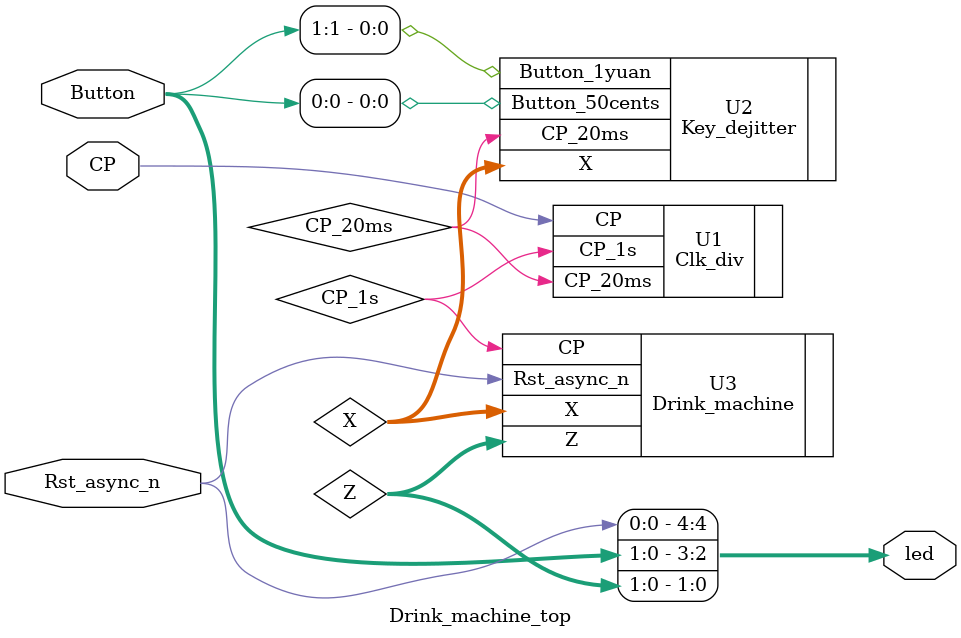
<source format=v>
module Drink_machine_top (
    input[1:0] Button,
    input CP,
    //input CP_20ms,CP_1s,
    input Rst_async_n,
    output[4:0] led
);
    wire CP_20ms,CP_1s;
    wire[1:0] X;
    wire[1:0] Z;
    assign led={Rst_async_n,Button,Z};

    //对时钟进行分频
    Clk_div U1(.CP(CP),.CP_20ms(CP_20ms),.CP_1s(CP_1s));

    //对按键进行消抖
    Key_dejitter U2(.CP_20ms(CP_20ms),.Button_50cents(Button[0]),.Button_1yuan(Button[1]),.X(X));

    //饮料机
    Drink_machine U3(.CP(CP_1s),.Rst_async_n(Rst_async_n),.X(X),.Z(Z));
    
endmodule
</source>
